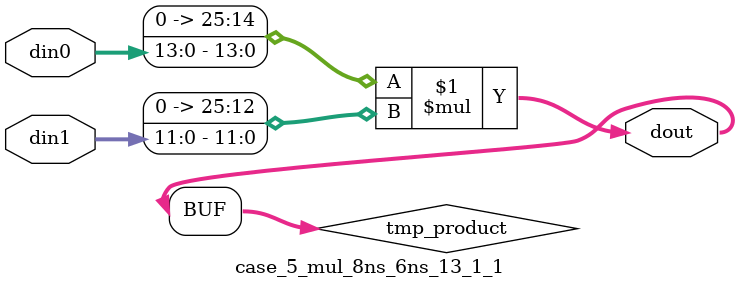
<source format=v>

`timescale 1 ns / 1 ps

 (* use_dsp = "no" *)  module case_5_mul_8ns_6ns_13_1_1(din0, din1, dout);
parameter ID = 1;
parameter NUM_STAGE = 0;
parameter din0_WIDTH = 14;
parameter din1_WIDTH = 12;
parameter dout_WIDTH = 26;

input [din0_WIDTH - 1 : 0] din0; 
input [din1_WIDTH - 1 : 0] din1; 
output [dout_WIDTH - 1 : 0] dout;

wire signed [dout_WIDTH - 1 : 0] tmp_product;
























assign tmp_product = $signed({1'b0, din0}) * $signed({1'b0, din1});











assign dout = tmp_product;





















endmodule

</source>
